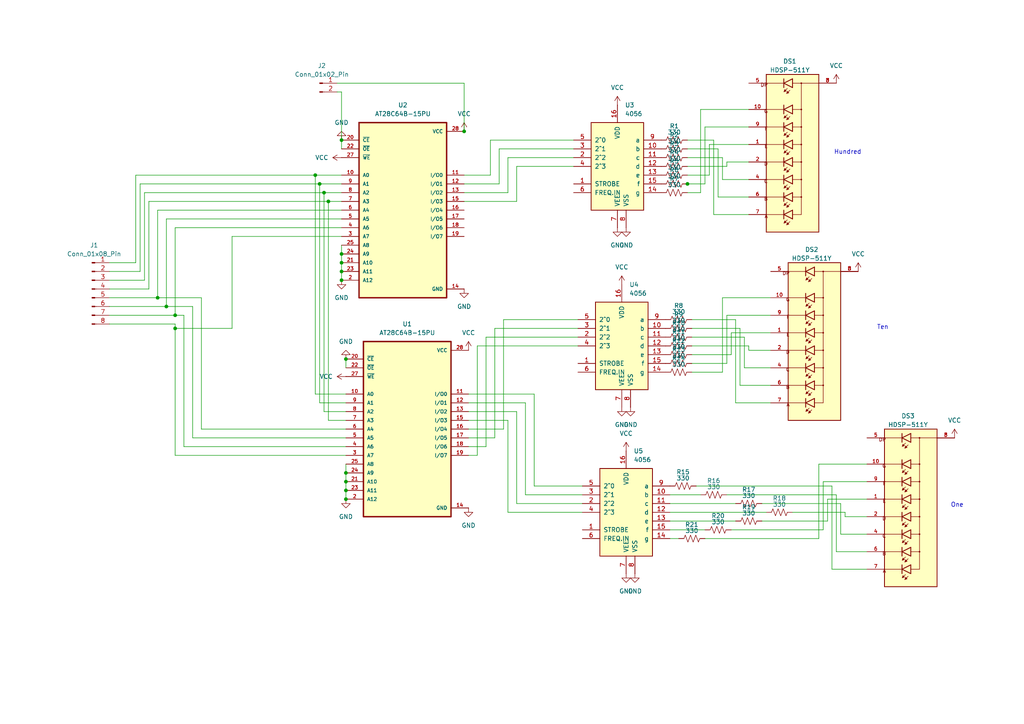
<source format=kicad_sch>
(kicad_sch (version 20231120) (generator "eeschema") (generator_version "8.0")
  (paper "A4")
  (lib_symbols
    (symbol "4xxx:4056" (pin_names (offset 1.016))
      (property "Reference" "U" (at -7.62 13.97 0))
      (property "Value" "4056" (at -7.62 -13.97 0))
      (symbol "4056_1_0"
        (pin input line (at -12.7 -5.08 0) (length 5.08) (name "STROBE") (number "1"))
        (pin output line (at 12.7 5.08 180) (length 5.08) (name "b") (number "10"))
        (pin output line (at 12.7 2.54 180) (length 5.08) (name "c") (number "11"))
        (pin output line (at 12.7 0 180) (length 5.08) (name "d") (number "12"))
        (pin output line (at 12.7 -2.54 180) (length 5.08) (name "e") (number "13"))
        (pin output line (at 12.7 -7.62 180) (length 5.08) (name "g") (number "14"))
        (pin output line (at 12.7 -5.08 180) (length 5.08) (name "f") (number "15"))
        (pin power_in line (at 0 17.78 270) (length 5.08) (name "VDD") (number "16"))
        (pin input line (at -12.7 2.54 0) (length 5.08) (name "2^2") (number "2"))
        (pin input line (at -12.7 5.08 0) (length 5.08) (name "2^1") (number "3"))
        (pin input line (at -12.7 0 0) (length 5.08) (name "2^3") (number "4"))
        (pin input line (at -12.7 7.62 0) (length 5.08) (name "2^0") (number "5"))
        (pin input line (at -12.7 -7.62 0) (length 5.08) (name "FREQ.IN") (number "6"))
        (pin power_in line (at 0 -17.78 90) (length 5.08) (name "VEE") (number "7"))
        (pin power_in line (at 2.54 -17.78 90) (length 5.08) (name "VSS") (number "8"))
        (pin output line (at 12.7 7.62 180) (length 5.08) (name "a") (number "9"))
      )
      (symbol "4056_1_1"
        (rectangle (start -7.62 12.7) (end 7.62 -12.7) (stroke (width 0.254)) (fill (type background)))
      )
    )
    (symbol "AT28C64B-15PU:AT28C64B-15PU" (pin_names (offset 1.016))
      (property "Reference" "U" (at -12.7 26.4 0))
      (property "Value" "AT28C64B-15PU" (at -12.7 -29.4 0))
      (symbol "AT28C64B-15PU_0_0"
        (rectangle (start -12.7 -25.4) (end 12.7 25.4) (stroke (width 0.41)) (fill (type background)))
        (pin input line (at -17.78 10.16 0) (length 5.08) (name "A0") (number "10"))
        (pin bidirectional line (at 17.78 10.16 180) (length 5.08) (name "I/O0") (number "11"))
        (pin bidirectional line (at 17.78 7.62 180) (length 5.08) (name "I/O1") (number "12"))
        (pin bidirectional line (at 17.78 5.08 180) (length 5.08) (name "I/O2") (number "13"))
        (pin power_in line (at 17.78 -22.86 180) (length 5.08) (name "GND") (number "14"))
        (pin bidirectional line (at 17.78 2.54 180) (length 5.08) (name "I/O3") (number "15"))
        (pin bidirectional line (at 17.78 0 180) (length 5.08) (name "I/O4") (number "16"))
        (pin bidirectional line (at 17.78 -2.54 180) (length 5.08) (name "I/O5") (number "17"))
        (pin bidirectional line (at 17.78 -5.08 180) (length 5.08) (name "I/O6") (number "18"))
        (pin bidirectional line (at 17.78 -7.62 180) (length 5.08) (name "I/O7") (number "19"))
        (pin input line (at -17.78 -20.32 0) (length 5.08) (name "A12") (number "2"))
        (pin input line (at -17.78 20.32 0) (length 5.08) (name "~{CE}") (number "20"))
        (pin input line (at -17.78 -15.24 0) (length 5.08) (name "A10") (number "21"))
        (pin input line (at -17.78 17.78 0) (length 5.08) (name "~{OE}") (number "22"))
        (pin input line (at -17.78 -17.78 0) (length 5.08) (name "A11") (number "23"))
        (pin input line (at -17.78 -12.7 0) (length 5.08) (name "A9") (number "24"))
        (pin input line (at -17.78 -10.16 0) (length 5.08) (name "A8") (number "25"))
        (pin input line (at -17.78 15.24 0) (length 5.08) (name "~{WE}") (number "27"))
        (pin power_in line (at 17.78 22.86 180) (length 5.08) (name "VCC") (number "28"))
        (pin input line (at -17.78 -7.62 0) (length 5.08) (name "A7") (number "3"))
        (pin input line (at -17.78 -5.08 0) (length 5.08) (name "A6") (number "4"))
        (pin input line (at -17.78 -2.54 0) (length 5.08) (name "A5") (number "5"))
        (pin input line (at -17.78 0 0) (length 5.08) (name "A4") (number "6"))
        (pin input line (at -17.78 2.54 0) (length 5.08) (name "A3") (number "7"))
        (pin input line (at -17.78 5.08 0) (length 5.08) (name "A2") (number "8"))
        (pin input line (at -17.78 7.62 0) (length 5.08) (name "A1") (number "9"))
      )
    )
    (symbol "Connector:Conn_01x02_Pin" (pin_names (offset 1.016) hide)
      (property "Reference" "J" (at 0 2.54 0))
      (property "Value" "Conn_01x02_Pin" (at 0 -5.08 0))
      (symbol "Conn_01x02_Pin_1_1"
        (polyline (pts (xy 1.27 -2.54) (xy 0.8636 -2.54)) (stroke (width 0.1524)))
        (polyline (pts (xy 1.27 0) (xy 0.8636 0)) (stroke (width 0.1524)))
        (rectangle (start 0.8636 -2.413) (end 0 -2.667) (stroke (width 0.1524)) (fill (type outline)))
        (rectangle (start 0.8636 0.127) (end 0 -0.127) (stroke (width 0.1524)) (fill (type outline)))
        (pin passive line (at 5.08 0 180) (length 3.81) (name "Pin_1") (number "1"))
        (pin passive line (at 5.08 -2.54 180) (length 3.81) (name "Pin_2") (number "2"))
      )
    )
    (symbol "Connector:Conn_01x08_Pin" (pin_names (offset 1.016) hide)
      (property "Reference" "J" (at 0 10.16 0))
      (property "Value" "Conn_01x08_Pin" (at 0 -12.7 0))
      (symbol "Conn_01x08_Pin_1_1"
        (polyline (pts (xy 1.27 -10.16) (xy 0.8636 -10.16)) (stroke (width 0.1524)))
        (polyline (pts (xy 1.27 -7.62) (xy 0.8636 -7.62)) (stroke (width 0.1524)))
        (polyline (pts (xy 1.27 -5.08) (xy 0.8636 -5.08)) (stroke (width 0.1524)))
        (polyline (pts (xy 1.27 -2.54) (xy 0.8636 -2.54)) (stroke (width 0.1524)))
        (polyline (pts (xy 1.27 0) (xy 0.8636 0)) (stroke (width 0.1524)))
        (polyline (pts (xy 1.27 2.54) (xy 0.8636 2.54)) (stroke (width 0.1524)))
        (polyline (pts (xy 1.27 5.08) (xy 0.8636 5.08)) (stroke (width 0.1524)))
        (polyline (pts (xy 1.27 7.62) (xy 0.8636 7.62)) (stroke (width 0.1524)))
        (rectangle (start 0.8636 -10.033) (end 0 -10.287) (stroke (width 0.1524)) (fill (type outline)))
        (rectangle (start 0.8636 -7.493) (end 0 -7.747) (stroke (width 0.1524)) (fill (type outline)))
        (rectangle (start 0.8636 -4.953) (end 0 -5.207) (stroke (width 0.1524)) (fill (type outline)))
        (rectangle (start 0.8636 -2.413) (end 0 -2.667) (stroke (width 0.1524)) (fill (type outline)))
        (rectangle (start 0.8636 0.127) (end 0 -0.127) (stroke (width 0.1524)) (fill (type outline)))
        (rectangle (start 0.8636 2.667) (end 0 2.413) (stroke (width 0.1524)) (fill (type outline)))
        (rectangle (start 0.8636 5.207) (end 0 4.953) (stroke (width 0.1524)) (fill (type outline)))
        (rectangle (start 0.8636 7.747) (end 0 7.493) (stroke (width 0.1524)) (fill (type outline)))
        (pin passive line (at 5.08 7.62 180) (length 3.81) (name "Pin_1") (number "1"))
        (pin passive line (at 5.08 5.08 180) (length 3.81) (name "Pin_2") (number "2"))
        (pin passive line (at 5.08 2.54 180) (length 3.81) (name "Pin_3") (number "3"))
        (pin passive line (at 5.08 0 180) (length 3.81) (name "Pin_4") (number "4"))
        (pin passive line (at 5.08 -2.54 180) (length 3.81) (name "Pin_5") (number "5"))
        (pin passive line (at 5.08 -5.08 180) (length 3.81) (name "Pin_6") (number "6"))
        (pin passive line (at 5.08 -7.62 180) (length 3.81) (name "Pin_7") (number "7"))
        (pin passive line (at 5.08 -10.16 180) (length 3.81) (name "Pin_8") (number "8"))
      )
    )
    (symbol "Device:R_US" (pin_numbers hide) (pin_names (offset 0))
      (property "Reference" "R" (at 2.54 0 90))
      (property "Value" "R_US" (at -2.54 0 90))
      (symbol "R_US_0_1"
        (polyline (pts (xy 0 -2.286) (xy 0 -2.54)))
        (polyline (pts (xy 0 2.286) (xy 0 2.54)))
        (polyline (pts (xy 0 -0.762) (xy 1.016 -1.143) (xy 0 -1.524) (xy -1.016 -1.905) (xy 0 -2.286)))
        (polyline (pts (xy 0 0.762) (xy 1.016 0.381) (xy 0 0) (xy -1.016 -0.381) (xy 0 -0.762)))
        (polyline (pts (xy 0 2.286) (xy 1.016 1.905) (xy 0 1.524) (xy -1.016 1.143) (xy 0 0.762)))
      )
      (symbol "R_US_1_1"
        (pin passive line (at 0 3.81 270) (length 1.27) (name "~") (number "1"))
        (pin passive line (at 0 -3.81 90) (length 1.27) (name "~") (number "2"))
      )
    )
    (symbol "HDSP-511Y:HDSP-511Y" (pin_names (offset 1.016))
      (property "Reference" "DS" (at -7.62 24.13 0))
      (property "Value" "HDSP-511Y" (at -7.62 -24.13 0))
      (symbol "HDSP-511Y_0_0"
        (rectangle (start -7.62 -22.86) (end 7.62 22.86) (stroke (width 0.254)) (fill (type background)))
        (circle (center -2.54 -20.32) (radius 0.1524) (stroke (width 0.1778)))
        (circle (center -2.54 -12.7) (radius 0.1524) (stroke (width 0.1778)))
        (circle (center -2.54 -7.62) (radius 0.1524) (stroke (width 0.1778)))
        (circle (center -2.54 -2.54) (radius 0.1524) (stroke (width 0.1778)))
        (circle (center -2.54 2.54) (radius 0.1524) (stroke (width 0.1778)))
        (circle (center -2.54 7.62) (radius 0.1524) (stroke (width 0.1778)))
        (circle (center -2.54 12.7) (radius 0.1524) (stroke (width 0.1778)))
        (polyline (pts (xy -2.54 -20.32) (xy -7.62 -20.32)) (stroke (width 0.1524)))
        (polyline (pts (xy -2.54 17.78) (xy -2.54 -20.32)) (stroke (width 0.1524)))
        (polyline (pts (xy 0 -21.59) (xy 2.54 -20.32)) (stroke (width 0.254)))
        (polyline (pts (xy 0 -20.32) (xy -2.54 -20.32)) (stroke (width 0.1524)))
        (polyline (pts (xy 0 -19.05) (xy 0 -21.59)) (stroke (width 0.254)))
        (polyline (pts (xy 0 -13.97) (xy 2.54 -12.7)) (stroke (width 0.254)))
        (polyline (pts (xy 0 -12.7) (xy -2.54 -12.7)) (stroke (width 0.1524)))
        (polyline (pts (xy 0 -11.43) (xy 0 -13.97)) (stroke (width 0.254)))
        (polyline (pts (xy 0 -8.89) (xy 2.54 -7.62)) (stroke (width 0.254)))
        (polyline (pts (xy 0 -7.62) (xy -2.54 -7.62)) (stroke (width 0.1524)))
        (polyline (pts (xy 0 -6.35) (xy 0 -8.89)) (stroke (width 0.254)))
        (polyline (pts (xy 0 -3.81) (xy 2.54 -2.54)) (stroke (width 0.254)))
        (polyline (pts (xy 0 -2.54) (xy -2.54 -2.54)) (stroke (width 0.1524)))
        (polyline (pts (xy 0 -1.27) (xy 0 -3.81)) (stroke (width 0.254)))
        (polyline (pts (xy 0 1.27) (xy 2.54 2.54)) (stroke (width 0.254)))
        (polyline (pts (xy 0 2.54) (xy -2.54 2.54)) (stroke (width 0.1524)))
        (polyline (pts (xy 0 3.81) (xy 0 1.27)) (stroke (width 0.254)))
        (polyline (pts (xy 0 6.35) (xy 2.54 7.62)) (stroke (width 0.254)))
        (polyline (pts (xy 0 7.62) (xy -2.54 7.62)) (stroke (width 0.1524)))
        (polyline (pts (xy 0 8.89) (xy 0 6.35)) (stroke (width 0.254)))
        (polyline (pts (xy 0 11.43) (xy 2.54 12.7)) (stroke (width 0.254)))
        (polyline (pts (xy 0 12.7) (xy -2.54 12.7)) (stroke (width 0.1524)))
        (polyline (pts (xy 0 13.97) (xy 0 11.43)) (stroke (width 0.254)))
        (polyline (pts (xy 0 16.51) (xy 2.54 17.78)) (stroke (width 0.254)))
        (polyline (pts (xy 0 17.78) (xy -2.54 17.78)) (stroke (width 0.1524)))
        (polyline (pts (xy 0 19.05) (xy 0 16.51)) (stroke (width 0.254)))
        (polyline (pts (xy 0.762 -18.288) (xy 1.27 -17.78)) (stroke (width 0.1524)))
        (polyline (pts (xy 0.762 -10.668) (xy 1.27 -10.16)) (stroke (width 0.1524)))
        (polyline (pts (xy 0.762 -5.588) (xy 1.27 -5.08)) (stroke (width 0.1524)))
        (polyline (pts (xy 0.762 -0.508) (xy 1.27 0)) (stroke (width 0.1524)))
        (polyline (pts (xy 0.762 4.572) (xy 1.27 5.08)) (stroke (width 0.1524)))
        (polyline (pts (xy 0.762 9.652) (xy 1.27 10.16)) (stroke (width 0.1524)))
        (polyline (pts (xy 0.762 14.732) (xy 1.27 15.24)) (stroke (width 0.1524)))
        (polyline (pts (xy 0.762 19.812) (xy 1.27 20.32)) (stroke (width 0.1524)))
        (polyline (pts (xy 1.524 -18.796) (xy 2.032 -18.288)) (stroke (width 0.1524)))
        (polyline (pts (xy 1.524 -11.176) (xy 2.032 -10.668)) (stroke (width 0.1524)))
        (polyline (pts (xy 1.524 -6.096) (xy 2.032 -5.588)) (stroke (width 0.1524)))
        (polyline (pts (xy 1.524 -1.016) (xy 2.032 -0.508)) (stroke (width 0.1524)))
        (polyline (pts (xy 1.524 4.064) (xy 2.032 4.572)) (stroke (width 0.1524)))
        (polyline (pts (xy 1.524 9.144) (xy 2.032 9.652)) (stroke (width 0.1524)))
        (polyline (pts (xy 1.524 14.224) (xy 2.032 14.732)) (stroke (width 0.1524)))
        (polyline (pts (xy 1.524 19.304) (xy 2.032 19.812)) (stroke (width 0.1524)))
        (polyline (pts (xy 2.54 -20.32) (xy 0 -19.05)) (stroke (width 0.254)))
        (polyline (pts (xy 2.54 -20.32) (xy 2.54 -21.59)) (stroke (width 0.254)))
        (polyline (pts (xy 2.54 -19.05) (xy 2.54 -20.32)) (stroke (width 0.254)))
        (polyline (pts (xy 2.54 -12.7) (xy 0 -11.43)) (stroke (width 0.254)))
        (polyline (pts (xy 2.54 -12.7) (xy 2.54 -13.97)) (stroke (width 0.254)))
        (polyline (pts (xy 2.54 -11.43) (xy 2.54 -12.7)) (stroke (width 0.254)))
        (polyline (pts (xy 2.54 -7.62) (xy 0 -6.35)) (stroke (width 0.254)))
        (polyline (pts (xy 2.54 -7.62) (xy 2.54 -8.89)) (stroke (width 0.254)))
        (polyline (pts (xy 2.54 -6.35) (xy 2.54 -7.62)) (stroke (width 0.254)))
        (polyline (pts (xy 2.54 -2.54) (xy 0 -1.27)) (stroke (width 0.254)))
        (polyline (pts (xy 2.54 -2.54) (xy 2.54 -3.81)) (stroke (width 0.254)))
        (polyline (pts (xy 2.54 -1.27) (xy 2.54 -2.54)) (stroke (width 0.254)))
        (polyline (pts (xy 2.54 2.54) (xy 0 3.81)) (stroke (width 0.254)))
        (polyline (pts (xy 2.54 2.54) (xy 2.54 1.27)) (stroke (width 0.254)))
        (polyline (pts (xy 2.54 3.81) (xy 2.54 2.54)) (stroke (width 0.254)))
        (polyline (pts (xy 2.54 7.62) (xy 0 8.89)) (stroke (width 0.254)))
        (polyline (pts (xy 2.54 7.62) (xy 2.54 6.35)) (stroke (width 0.254)))
        (polyline (pts (xy 2.54 8.89) (xy 2.54 7.62)) (stroke (width 0.254)))
        (polyline (pts (xy 2.54 12.7) (xy 0 13.97)) (stroke (width 0.254)))
        (polyline (pts (xy 2.54 12.7) (xy 2.54 11.43)) (stroke (width 0.254)))
        (polyline (pts (xy 2.54 13.97) (xy 2.54 12.7)) (stroke (width 0.254)))
        (polyline (pts (xy 2.54 17.78) (xy 0 19.05)) (stroke (width 0.254)))
        (polyline (pts (xy 2.54 17.78) (xy 2.54 16.51)) (stroke (width 0.254)))
        (polyline (pts (xy 2.54 19.05) (xy 2.54 17.78)) (stroke (width 0.254)))
        (polyline (pts (xy 7.62 -20.32) (xy 2.54 -20.32)) (stroke (width 0.1524)))
        (polyline (pts (xy 7.62 -12.7) (xy 2.54 -12.7)) (stroke (width 0.1524)))
        (polyline (pts (xy 7.62 -7.62) (xy 2.54 -7.62)) (stroke (width 0.1524)))
        (polyline (pts (xy 7.62 -2.54) (xy 2.54 -2.54)) (stroke (width 0.1524)))
        (polyline (pts (xy 7.62 2.54) (xy 2.54 2.54)) (stroke (width 0.1524)))
        (polyline (pts (xy 7.62 7.62) (xy 2.54 7.62)) (stroke (width 0.1524)))
        (polyline (pts (xy 7.62 12.7) (xy 2.54 12.7)) (stroke (width 0.1524)))
        (polyline (pts (xy 7.62 17.78) (xy 2.54 17.78)) (stroke (width 0.1524)))
        (polyline (pts (xy 1.016 -17.526) (xy 1.524 -18.034) (xy 1.778 -17.272) (xy 1.016 -17.526)) (stroke (width 0.0254)) (fill (type outline)))
        (polyline (pts (xy 1.016 -9.906) (xy 1.524 -10.414) (xy 1.778 -9.652) (xy 1.016 -9.906)) (stroke (width 0.0254)) (fill (type outline)))
        (polyline (pts (xy 1.016 -4.826) (xy 1.524 -5.334) (xy 1.778 -4.572) (xy 1.016 -4.826)) (stroke (width 0.0254)) (fill (type outline)))
        (polyline (pts (xy 1.016 0.254) (xy 1.524 -0.254) (xy 1.778 0.508) (xy 1.016 0.254)) (stroke (width 0.0254)) (fill (type outline)))
        (polyline (pts (xy 1.016 5.334) (xy 1.524 4.826) (xy 1.778 5.588) (xy 1.016 5.334)) (stroke (width 0.0254)) (fill (type outline)))
        (polyline (pts (xy 1.016 10.414) (xy 1.524 9.906) (xy 1.778 10.668) (xy 1.016 10.414)) (stroke (width 0.0254)) (fill (type outline)))
        (polyline (pts (xy 1.016 15.494) (xy 1.524 14.986) (xy 1.778 15.748) (xy 1.016 15.494)) (stroke (width 0.0254)) (fill (type outline)))
        (polyline (pts (xy 1.016 20.574) (xy 1.524 20.066) (xy 1.778 20.828) (xy 1.016 20.574)) (stroke (width 0.0254)) (fill (type outline)))
        (polyline (pts (xy 1.778 -18.034) (xy 2.286 -18.542) (xy 2.54 -17.78) (xy 1.778 -18.034)) (stroke (width 0.0254)) (fill (type outline)))
        (polyline (pts (xy 1.778 -10.414) (xy 2.286 -10.922) (xy 2.54 -10.16) (xy 1.778 -10.414)) (stroke (width 0.0254)) (fill (type outline)))
        (polyline (pts (xy 1.778 -5.334) (xy 2.286 -5.842) (xy 2.54 -5.08) (xy 1.778 -5.334)) (stroke (width 0.0254)) (fill (type outline)))
        (polyline (pts (xy 1.778 -0.254) (xy 2.286 -0.762) (xy 2.54 0) (xy 1.778 -0.254)) (stroke (width 0.0254)) (fill (type outline)))
        (polyline (pts (xy 1.778 4.826) (xy 2.286 4.318) (xy 2.54 5.08) (xy 1.778 4.826)) (stroke (width 0.0254)) (fill (type outline)))
        (polyline (pts (xy 1.778 9.906) (xy 2.286 9.398) (xy 2.54 10.16) (xy 1.778 9.906)) (stroke (width 0.0254)) (fill (type outline)))
        (polyline (pts (xy 1.778 14.986) (xy 2.286 14.478) (xy 2.54 15.24) (xy 1.778 14.986)) (stroke (width 0.0254)) (fill (type outline)))
        (polyline (pts (xy 1.778 20.066) (xy 2.286 19.558) (xy 2.54 20.32) (xy 1.778 20.066)) (stroke (width 0.0254)) (fill (type outline)))
        (text "A" (at 7.112 18.288 0) (effects (font (size 1.016 1.016)) (justify left)))
        (text "B" (at 7.112 13.208 0) (effects (font (size 1.016 1.016)) (justify left)))
        (text "C" (at 7.112 8.128 0) (effects (font (size 1.016 1.016)) (justify left)))
        (text "D" (at 7.112 3.048 0) (effects (font (size 1.016 1.016)) (justify left)))
        (text "DP" (at 7.112 -19.812 0) (effects (font (size 1.016 1.016)) (justify left)))
        (text "E" (at 7.112 -2.032 0) (effects (font (size 1.016 1.016)) (justify left)))
        (text "F" (at 7.112 -7.112 0) (effects (font (size 1.016 1.016)) (justify left)))
        (text "G" (at 7.112 -12.192 0) (effects (font (size 1.016 1.016)) (justify left)))
        (pin passive line (at 12.7 -2.54 180) (length 5.08) (name "~") (number "1"))
        (pin passive line (at 12.7 -12.7 180) (length 5.08) (name "~") (number "10"))
        (pin passive line (at 12.7 2.54 180) (length 5.08) (name "~") (number "2"))
        (pin passive line (at -12.7 -20.32 0) (length 5.08) (name "~") (number "3"))
        (pin passive line (at 12.7 7.62 180) (length 5.08) (name "~") (number "4"))
        (pin passive line (at 12.7 -20.32 180) (length 5.08) (name "~") (number "5"))
        (pin passive line (at 12.7 12.7 180) (length 5.08) (name "~") (number "6"))
        (pin passive line (at 12.7 17.78 180) (length 5.08) (name "~") (number "7"))
        (pin passive line (at -12.7 -20.32 0) (length 5.08) (name "~") (number "8"))
        (pin passive line (at 12.7 -7.62 180) (length 5.08) (name "~") (number "9"))
      )
    )
    (symbol "power:GND" (power) (pin_numbers hide) (pin_names (offset 0) hide)
      (property "Value" "GND" (at 0 -3.81 0))
      (symbol "GND_0_1"
        (polyline (pts (xy 0 0) (xy 0 -1.27) (xy 1.27 -1.27) (xy 0 -2.54) (xy -1.27 -1.27) (xy 0 -1.27)))
      )
      (symbol "GND_1_1"
        (pin power_in line (at 0 0 270) (length 0) (name "~") (number "1"))
      )
    )
    (symbol "power:VCC" (power) (pin_numbers hide) (pin_names (offset 0) hide)
      (property "Value" "VCC" (at 0 3.556 0))
      (symbol "VCC_0_1"
        (polyline (pts (xy -0.762 1.27) (xy 0 2.54)))
        (polyline (pts (xy 0 0) (xy 0 2.54)))
        (polyline (pts (xy 0 2.54) (xy 0.762 1.27)))
      )
      (symbol "VCC_1_1"
        (pin power_in line (at 0 0 90) (length 0) (name "~") (number "1"))
      )
    )
  )
  (junction (at 134.62 38.1))
  (junction (at 45.72 86.36))
  (junction (at 100.33 104.14))
  (junction (at 99.06 81.28))
  (junction (at 199.39 53.34))
  (junction (at 99.06 40.64))
  (junction (at 48.26 88.9))
  (junction (at 91.44 50.8))
  (junction (at 50.8 95.25))
  (junction (at 50.8 91.44))
  (junction (at 95.25 58.42))
  (junction (at 99.06 73.66))
  (junction (at 100.33 144.78))
  (junction (at 100.33 142.24))
  (junction (at 92.71 53.34))
  (junction (at 99.06 76.2))
  (junction (at 93.98 55.88))
  (junction (at 100.33 137.16))
  (junction (at 99.06 78.74))
  (junction (at 100.33 139.7))
  (wire (pts (xy 50.8 95.25) (xy 50.8 132.08)))
  (wire (pts (xy 194.31 156.21) (xy 196.85 156.21)))
  (wire (pts (xy 210.82 46.99) (xy 217.17 46.99)))
  (wire (pts (xy 210.82 105.41) (xy 210.82 91.44)))
  (wire (pts (xy 135.89 124.46) (xy 146.05 124.46)))
  (wire (pts (xy 147.32 55.88) (xy 147.32 45.72)))
  (wire (pts (xy 45.72 86.36) (xy 58.42 86.36)))
  (wire (pts (xy 50.8 91.44) (xy 50.8 66.04)))
  (wire (pts (xy 92.71 116.84) (xy 100.33 116.84)))
  (wire (pts (xy 209.55 86.36) (xy 223.52 86.36)))
  (wire (pts (xy 200.66 92.71) (xy 213.36 92.71)))
  (wire (pts (xy 40.64 78.74) (xy 40.64 53.34)))
  (wire (pts (xy 200.66 100.33) (xy 217.17 100.33)))
  (wire (pts (xy 135.89 127) (xy 143.51 127)))
  (wire (pts (xy 95.25 121.92) (xy 95.25 58.42)))
  (wire (pts (xy 140.97 97.79) (xy 167.64 97.79)))
  (wire (pts (xy 39.37 50.8) (xy 91.44 50.8)))
  (wire (pts (xy 207.01 40.64) (xy 207.01 62.23)))
  (wire (pts (xy 209.55 107.95) (xy 209.55 86.36)))
  (wire (pts (xy 31.75 81.28) (xy 41.91 81.28)))
  (wire (pts (xy 138.43 132.08) (xy 138.43 100.33)))
  (wire (pts (xy 147.32 121.92) (xy 147.32 148.59)))
  (wire (pts (xy 50.8 66.04) (xy 99.06 66.04)))
  (wire (pts (xy 209.55 45.72) (xy 209.55 52.07)))
  (wire (pts (xy 134.62 58.42) (xy 149.86 58.42)))
  (wire (pts (xy 149.86 58.42) (xy 149.86 48.26)))
  (wire (pts (xy 220.98 151.13) (xy 240.03 151.13)))
  (wire (pts (xy 199.39 55.88) (xy 203.2 55.88)))
  (wire (pts (xy 207.01 62.23) (xy 217.17 62.23)))
  (wire (pts (xy 152.4 116.84) (xy 152.4 143.51)))
  (wire (pts (xy 50.8 91.44) (xy 31.75 91.44)))
  (wire (pts (xy 215.9 97.79) (xy 215.9 106.68)))
  (wire (pts (xy 53.34 91.44) (xy 50.8 91.44)))
  (wire (pts (xy 55.88 127) (xy 55.88 88.9)))
  (wire (pts (xy 138.43 132.08) (xy 135.89 132.08)))
  (wire (pts (xy 208.28 43.18) (xy 208.28 57.15)))
  (wire (pts (xy 199.39 40.64) (xy 207.01 40.64)))
  (wire (pts (xy 53.34 129.54) (xy 53.34 91.44)))
  (wire (pts (xy 31.75 83.82) (xy 43.18 83.82)))
  (wire (pts (xy 245.11 149.86) (xy 251.46 149.86)))
  (wire (pts (xy 200.66 102.87) (xy 212.09 102.87)))
  (wire (pts (xy 204.47 36.83) (xy 217.17 36.83)))
  (wire (pts (xy 194.31 151.13) (xy 213.36 151.13)))
  (wire (pts (xy 58.42 124.46) (xy 100.33 124.46)))
  (wire (pts (xy 99.06 40.64) (xy 99.06 26.67)))
  (wire (pts (xy 50.8 93.98) (xy 50.8 95.25)))
  (wire (pts (xy 135.89 116.84) (xy 152.4 116.84)))
  (wire (pts (xy 200.66 97.79) (xy 215.9 97.79)))
  (wire (pts (xy 92.71 53.34) (xy 92.71 116.84)))
  (wire (pts (xy 200.66 105.41) (xy 210.82 105.41)))
  (wire (pts (xy 213.36 116.84) (xy 223.52 116.84)))
  (wire (pts (xy 99.06 26.67) (xy 97.79 26.67)))
  (wire (pts (xy 99.06 73.66) (xy 99.06 76.2)))
  (wire (pts (xy 58.42 86.36) (xy 58.42 124.46)))
  (wire (pts (xy 100.33 142.24) (xy 100.33 144.78)))
  (wire (pts (xy 134.62 55.88) (xy 147.32 55.88)))
  (wire (pts (xy 91.44 50.8) (xy 99.06 50.8)))
  (wire (pts (xy 140.97 129.54) (xy 140.97 97.79)))
  (wire (pts (xy 238.76 153.67) (xy 238.76 139.7)))
  (wire (pts (xy 134.62 53.34) (xy 144.78 53.34)))
  (wire (pts (xy 100.33 104.14) (xy 100.33 106.68)))
  (wire (pts (xy 205.74 50.8) (xy 205.74 41.91)))
  (wire (pts (xy 214.63 111.76) (xy 223.52 111.76)))
  (wire (pts (xy 48.26 63.5) (xy 99.06 63.5)))
  (wire (pts (xy 210.82 91.44) (xy 223.52 91.44)))
  (wire (pts (xy 99.06 71.12) (xy 99.06 73.66)))
  (wire (pts (xy 48.26 63.5) (xy 48.26 88.9)))
  (wire (pts (xy 31.75 78.74) (xy 40.64 78.74)))
  (wire (pts (xy 31.75 76.2) (xy 39.37 76.2)))
  (wire (pts (xy 100.33 121.92) (xy 95.25 121.92)))
  (wire (pts (xy 147.32 45.72) (xy 166.37 45.72)))
  (wire (pts (xy 240.03 144.78) (xy 251.46 144.78)))
  (wire (pts (xy 93.98 55.88) (xy 99.06 55.88)))
  (wire (pts (xy 200.66 95.25) (xy 214.63 95.25)))
  (wire (pts (xy 217.17 101.6) (xy 223.52 101.6)))
  (wire (pts (xy 50.8 95.25) (xy 67.31 95.25)))
  (wire (pts (xy 100.33 137.16) (xy 100.33 139.7)))
  (wire (pts (xy 237.49 156.21) (xy 237.49 134.62)))
  (wire (pts (xy 144.78 43.18) (xy 166.37 43.18)))
  (wire (pts (xy 243.84 146.05) (xy 243.84 154.94)))
  (wire (pts (xy 154.94 140.97) (xy 168.91 140.97)))
  (wire (pts (xy 212.09 153.67) (xy 238.76 153.67)))
  (wire (pts (xy 135.89 114.3) (xy 154.94 114.3)))
  (wire (pts (xy 199.2755 53.34) (xy 199.39 53.34)))
  (wire (pts (xy 31.75 93.98) (xy 50.8 93.98)))
  (wire (pts (xy 40.64 53.34) (xy 92.71 53.34)))
  (wire (pts (xy 45.72 60.96) (xy 99.06 60.96)))
  (wire (pts (xy 41.91 55.88) (xy 93.98 55.88)))
  (wire (pts (xy 100.33 134.62) (xy 100.33 137.16)))
  (wire (pts (xy 134.62 50.8) (xy 142.24 50.8)))
  (wire (pts (xy 199.39 45.72) (xy 209.55 45.72)))
  (wire (pts (xy 229.87 148.59) (xy 245.11 148.59)))
  (wire (pts (xy 194.31 148.59) (xy 222.25 148.59)))
  (wire (pts (xy 95.25 58.42) (xy 99.06 58.42)))
  (wire (pts (xy 91.44 114.3) (xy 100.33 114.3)))
  (wire (pts (xy 92.71 53.34) (xy 99.06 53.34)))
  (wire (pts (xy 220.98 146.05) (xy 243.84 146.05)))
  (wire (pts (xy 149.86 146.05) (xy 168.91 146.05)))
  (wire (pts (xy 214.63 95.25) (xy 214.63 111.76)))
  (wire (pts (xy 144.78 53.34) (xy 144.78 43.18)))
  (wire (pts (xy 147.32 148.59) (xy 168.91 148.59)))
  (wire (pts (xy 142.24 50.8) (xy 142.24 40.64)))
  (wire (pts (xy 146.05 92.71) (xy 167.64 92.71)))
  (wire (pts (xy 243.84 154.94) (xy 251.46 154.94)))
  (wire (pts (xy 67.31 95.25) (xy 67.31 68.58)))
  (wire (pts (xy 93.98 55.88) (xy 93.98 119.38)))
  (wire (pts (xy 99.06 40.64) (xy 99.06 43.18)))
  (wire (pts (xy 154.94 114.3) (xy 154.94 140.97)))
  (wire (pts (xy 201.93 140.97) (xy 241.3 140.97)))
  (wire (pts (xy 100.33 127) (xy 55.88 127)))
  (wire (pts (xy 100.33 139.7) (xy 100.33 142.24)))
  (wire (pts (xy 91.44 50.8) (xy 91.44 114.3)))
  (wire (pts (xy 143.51 127) (xy 143.51 95.25)))
  (wire (pts (xy 149.86 48.26) (xy 166.37 48.26)))
  (wire (pts (xy 212.09 102.87) (xy 212.09 96.52)))
  (wire (pts (xy 99.06 78.74) (xy 99.06 81.28)))
  (wire (pts (xy 135.89 119.38) (xy 149.86 119.38)))
  (wire (pts (xy 134.62 38.1) (xy 134.62 24.13)))
  (wire (pts (xy 204.47 53.34) (xy 204.47 36.83)))
  (wire (pts (xy 217.17 100.33) (xy 217.17 101.6)))
  (wire (pts (xy 48.26 88.9) (xy 31.75 88.9)))
  (wire (pts (xy 43.18 58.42) (xy 95.25 58.42)))
  (wire (pts (xy 242.57 160.02) (xy 251.46 160.02)))
  (wire (pts (xy 213.36 92.71) (xy 213.36 116.84)))
  (wire (pts (xy 199.39 50.8) (xy 205.74 50.8)))
  (wire (pts (xy 200.66 107.95) (xy 209.55 107.95)))
  (wire (pts (xy 199.39 43.18) (xy 208.28 43.18)))
  (wire (pts (xy 204.47 156.21) (xy 237.49 156.21)))
  (wire (pts (xy 205.74 41.91) (xy 217.17 41.91)))
  (wire (pts (xy 241.3 165.1) (xy 251.46 165.1)))
  (wire (pts (xy 212.09 96.52) (xy 223.52 96.52)))
  (wire (pts (xy 194.31 153.67) (xy 204.47 153.67)))
  (wire (pts (xy 199.39 48.26) (xy 210.82 48.26)))
  (wire (pts (xy 242.57 143.51) (xy 242.57 160.02)))
  (wire (pts (xy 203.2 55.88) (xy 203.2 31.75)))
  (wire (pts (xy 199.39 53.34) (xy 204.47 53.34)))
  (wire (pts (xy 31.75 86.36) (xy 45.72 86.36)))
  (wire (pts (xy 100.33 129.54) (xy 53.34 129.54)))
  (wire (pts (xy 143.51 95.25) (xy 167.64 95.25)))
  (wire (pts (xy 140.97 129.54) (xy 135.89 129.54)))
  (wire (pts (xy 238.76 139.7) (xy 251.46 139.7)))
  (wire (pts (xy 240.03 151.13) (xy 240.03 144.78)))
  (wire (pts (xy 67.31 68.58) (xy 99.06 68.58)))
  (wire (pts (xy 209.55 52.07) (xy 217.17 52.07)))
  (wire (pts (xy 241.3 140.97) (xy 241.3 165.1)))
  (wire (pts (xy 210.82 46.99) (xy 210.82 48.26)))
  (wire (pts (xy 45.72 86.36) (xy 45.72 60.96)))
  (wire (pts (xy 146.05 124.46) (xy 146.05 92.71)))
  (wire (pts (xy 245.11 148.59) (xy 245.11 149.86)))
  (wire (pts (xy 97.79 24.13) (xy 134.62 24.13)))
  (wire (pts (xy 142.24 40.64) (xy 166.37 40.64)))
  (wire (pts (xy 55.88 88.9) (xy 48.26 88.9)))
  (wire (pts (xy 215.9 106.68) (xy 223.52 106.68)))
  (wire (pts (xy 152.4 143.51) (xy 168.91 143.51)))
  (wire (pts (xy 50.8 132.08) (xy 100.33 132.08)))
  (wire (pts (xy 43.18 83.82) (xy 43.18 58.42)))
  (wire (pts (xy 203.2 31.75) (xy 217.17 31.75)))
  (wire (pts (xy 138.43 100.33) (xy 167.64 100.33)))
  (wire (pts (xy 194.31 146.05) (xy 213.36 146.05)))
  (wire (pts (xy 135.89 121.92) (xy 147.32 121.92)))
  (wire (pts (xy 237.49 134.62) (xy 251.46 134.62)))
  (wire (pts (xy 99.06 76.2) (xy 99.06 78.74)))
  (wire (pts (xy 194.31 143.51) (xy 203.2 143.51)))
  (wire (pts (xy 149.86 119.38) (xy 149.86 146.05)))
  (wire (pts (xy 39.37 76.2) (xy 39.37 50.8)))
  (wire (pts (xy 210.82 143.51) (xy 242.57 143.51)))
  (wire (pts (xy 41.91 81.28) (xy 41.91 55.88)))
  (wire (pts (xy 208.28 57.15) (xy 217.17 57.15)))
  (wire (pts (xy 93.98 119.38) (xy 100.33 119.38)))
  (text "Ten" (at 256.032 94.996 0) (effects (font (size 1.27 1.27))))
  (text "One" (at 277.622 146.558 0) (effects (font (size 1.27 1.27))))
  (text "Hundred" (at 245.872 44.196 0) (effects (font (size 1.27 1.27))))
  (symbol (lib_id "Device:R_US") (at 200.66 156.21 90) (unit 1)
    (property "Reference" "R21" (at 200.66 152.146 90))
    (property "Value" "330" (at 200.66 153.924 90))
    (property "Footprint" "Resistor_THT:R_Axial_DIN0204_L3.6mm_D1.6mm_P1.90mm_Vertical" (effects (hide yes)))
    (property "Description" "Resistor, US symbol" (effects (hide yes)))
  )
  (symbol (lib_id "AT28C64B-15PU:AT28C64B-15PU") (at 116.84 60.96 0) (unit 1)
    (property "Reference" "U2" (at 116.84 30.48 0))
    (property "Value" "AT28C64B-15PU" (at 116.84 33.02 0))
    (property "Footprint" "AT28C64B-15PU:DIP1555W45P254L3733H482Q28" (effects (hide yes)))
    (property "MF" "Microchip" (effects (hide yes)))
    (property "MAXIMUM_PACKAGE_HEIGHT" "4.826 mm" (effects (hide yes)))
    (property "Package" "DIP-28 Atmel" (effects (hide yes)))
    (property "Price" "None" (effects (hide yes)))
    (property "Check_prices" "https://www.snapeda.com/parts/AT28C64B-15PU/Microchip/view-part/?ref=eda" (effects (hide yes)))
    (property "STANDARD" "IPC 7351B" (effects (hide yes)))
    (property "PARTREV" "B" (effects (hide yes)))
    (property "SnapEDA_Link" "https://www.snapeda.com/parts/AT28C64B-15PU/Microchip/view-part/?ref=snap" (effects (hide yes)))
    (property "MP" "AT28C64B-15PU" (effects (hide yes)))
    (property "Description_1" "\n                        \n                            AT28C64B-15PU Parallel EEPROM Memory, 64kbit, 150ns, 4.5 to 5.5 V 28-Pin PDIP | Microchip Technology Inc. AT28C64B-15PU\n                        \n" (effects (hide yes)))
    (property "Availability" "In Stock" (effects (hide yes)))
    (property "MANUFACTURER" "Microchip Technology" (effects (hide yes)))
  )
  (symbol (lib_id "power:VCC") (at 135.89 101.6 0) (unit 1)
    (property "Reference" "#PWR07" (effects (hide yes)))
    (property "Value" "VCC" (at 135.89 96.52 0))
    (property "Description" "Power symbol creates a global label with name \"VCC\"" (effects (hide yes)))
  )
  (symbol (lib_id "power:VCC") (at 181.61 130.81 0) (unit 1)
    (property "Reference" "#PWR022" (effects (hide yes)))
    (property "Value" "VCC" (at 181.61 125.73 0))
    (property "Description" "Power symbol creates a global label with name \"VCC\"" (effects (hide yes)))
  )
  (symbol (lib_id "power:GND") (at 135.89 147.32 0) (unit 1)
    (property "Reference" "#PWR04" (effects (hide yes)))
    (property "Value" "GND" (at 135.89 152.4 0))
    (property "Description" "Power symbol creates a global label with name \"GND\" , ground" (effects (hide yes)))
  )
  (symbol (lib_id "power:VCC") (at 99.06 45.72 90) (unit 1)
    (property "Reference" "#PWR016" (effects (hide yes)))
    (property "Value" "VCC" (at 95.25 45.7199 90) (effects (justify left)))
    (property "Description" "Power symbol creates a global label with name \"VCC\"" (effects (hide yes)))
  )
  (symbol (lib_id "Device:R_US") (at 196.85 97.79 90) (unit 1)
    (property "Reference" "R10" (at 196.85 93.726 90))
    (property "Value" "330" (at 196.85 95.504 90))
    (property "Footprint" "Resistor_THT:R_Axial_DIN0204_L3.6mm_D1.6mm_P1.90mm_Vertical" (effects (hide yes)))
    (property "Description" "Resistor, US symbol" (effects (hide yes)))
  )
  (symbol (lib_id "power:GND") (at 179.07 66.04 0) (unit 1)
    (property "Reference" "#PWR01" (effects (hide yes)))
    (property "Value" "GND" (at 179.07 71.12 0))
    (property "Description" "Power symbol creates a global label with name \"GND\" , ground" (effects (hide yes)))
  )
  (symbol (lib_id "Device:R_US") (at 195.58 40.64 90) (unit 1)
    (property "Reference" "R1" (at 195.58 36.576 90))
    (property "Value" "330" (at 195.58 38.354 90))
    (property "Footprint" "Resistor_THT:R_Axial_DIN0204_L3.6mm_D1.6mm_P1.90mm_Vertical" (effects (hide yes)))
    (property "Description" "Resistor, US symbol" (effects (hide yes)))
  )
  (symbol (lib_id "Device:R_US") (at 196.85 92.71 90) (unit 1)
    (property "Reference" "R8" (at 196.85 88.646 90))
    (property "Value" "330" (at 196.85 90.424 90))
    (property "Footprint" "Resistor_THT:R_Axial_DIN0204_L3.6mm_D1.6mm_P1.90mm_Vertical" (effects (hide yes)))
    (property "Description" "Resistor, US symbol" (effects (hide yes)))
  )
  (symbol (lib_id "Device:R_US") (at 195.58 50.8 90) (unit 1)
    (property "Reference" "R5" (at 195.58 46.736 90))
    (property "Value" "330" (at 195.58 48.514 90))
    (property "Footprint" "Resistor_THT:R_Axial_DIN0204_L3.6mm_D1.6mm_P1.90mm_Vertical" (effects (hide yes)))
    (property "Description" "Resistor, US symbol" (effects (hide yes)))
  )
  (symbol (lib_id "Device:R_US") (at 208.28 153.67 90) (unit 1)
    (property "Reference" "R20" (at 208.28 149.606 90))
    (property "Value" "330" (at 208.28 151.384 90))
    (property "Footprint" "Resistor_THT:R_Axial_DIN0204_L3.6mm_D1.6mm_P1.90mm_Vertical" (effects (hide yes)))
    (property "Description" "Resistor, US symbol" (effects (hide yes)))
  )
  (symbol (lib_id "Device:R_US") (at 195.58 55.88 90) (unit 1)
    (property "Reference" "R7" (at 195.58 51.816 90))
    (property "Value" "330" (at 195.58 53.594 90))
    (property "Footprint" "Resistor_THT:R_Axial_DIN0204_L3.6mm_D1.6mm_P1.90mm_Vertical" (effects (hide yes)))
    (property "Description" "Resistor, US symbol" (effects (hide yes)))
  )
  (symbol (lib_id "power:GND") (at 180.34 118.11 0) (unit 1)
    (property "Reference" "#PWR03" (effects (hide yes)))
    (property "Value" "GND" (at 180.34 123.19 0))
    (property "Description" "Power symbol creates a global label with name \"GND\" , ground" (effects (hide yes)))
  )
  (symbol (lib_id "power:VCC") (at 100.33 109.22 90) (unit 1)
    (property "Reference" "#PWR017" (effects (hide yes)))
    (property "Value" "VCC" (at 96.52 109.2199 90) (effects (justify left)))
    (property "Description" "Power symbol creates a global label with name \"VCC\"" (effects (hide yes)))
  )
  (symbol (lib_id "Device:R_US") (at 207.01 143.51 90) (unit 1)
    (property "Reference" "R16" (at 207.01 139.446 90))
    (property "Value" "330" (at 207.01 141.224 90))
    (property "Footprint" "Resistor_THT:R_Axial_DIN0204_L3.6mm_D1.6mm_P1.90mm_Vertical" (effects (hide yes)))
    (property "Description" "Resistor, US symbol" (effects (hide yes)))
  )
  (symbol (lib_id "Device:R_US") (at 195.58 53.34 90) (unit 1)
    (property "Reference" "R6" (at 195.58 49.276 90))
    (property "Value" "330" (at 195.58 51.054 90))
    (property "Footprint" "Resistor_THT:R_Axial_DIN0204_L3.6mm_D1.6mm_P1.90mm_Vertical" (effects (hide yes)))
    (property "Description" "Resistor, US symbol" (effects (hide yes)))
  )
  (symbol (lib_id "Connector:Conn_01x08_Pin") (at 26.67 83.82 0) (unit 1)
    (property "Reference" "J1" (at 27.305 71.12 0))
    (property "Value" "Conn_01x08_Pin" (at 27.305 73.66 0))
    (property "Footprint" "Connector_PinHeader_2.54mm:PinHeader_2x04_P2.54mm_Vertical" (effects (hide yes)))
    (property "Description" "Generic connector, single row, 01x08, script generated" (effects (hide yes)))
  )
  (symbol (lib_id "HDSP-511Y:HDSP-511Y") (at 264.16 147.32 180) (unit 1)
    (property "Reference" "DS3" (at 263.3726 120.65 0))
    (property "Value" "HDSP-511Y" (at 263.3726 123.19 0))
    (property "Footprint" "HDSP-511Y Footprint Symbol:LED_HDSP-511Y" (effects (hide yes)))
    (property "MF" "Broadcom Limited" (effects (hide yes)))
    (property "MAXIMUM_PACKAGE_HEIGHT" "8.00mm" (effects (hide yes)))
    (property "Package" "None" (effects (hide yes)))
    (property "Price" "None" (effects (hide yes)))
    (property "Check_prices" "https://www.snapeda.com/parts/HDSP-511Y/Broadcom/view-part/?ref=eda" (effects (hide yes)))
    (property "STANDARD" "Manufacturer Recommendations" (effects (hide yes)))
    (property "PARTREV" "April 12, 2021" (effects (hide yes)))
    (property "SnapEDA_Link" "https://www.snapeda.com/parts/HDSP-511Y/Broadcom/view-part/?ref=snap" (effects (hide yes)))
    (property "MP" "HDSP-511Y" (effects (hide yes)))
    (property "Description_1" "\n                        \n                            Display Modules - LED Character and Numeric Yellow 7-Segment 1 Character Common Anode 2.15V 20mA 0.673 H x 0.488 W x 0.315 D (17.10mm x 12.40mm x 8.00mm) 10-DIP (0.600, 15.24mm)\n                        \n" (effects (hide yes)))
    (property "Availability" "In Stock" (effects (hide yes)))
    (property "MANUFACTURER" "Broadcom" (effects (hide yes)))
  )
  (symbol (lib_id "power:VCC") (at 180.34 82.55 0) (unit 1)
    (property "Reference" "#PWR020" (effects (hide yes)))
    (property "Value" "VCC" (at 180.34 77.47 0))
    (property "Description" "Power symbol creates a global label with name \"VCC\"" (effects (hide yes)))
  )
  (symbol (lib_id "4xxx:4056") (at 179.07 48.26 0) (unit 1)
    (property "Reference" "U3" (at 181.2641 30.48 0) (effects (justify left)))
    (property "Value" "4056" (at 181.2641 33.02 0) (effects (justify left)))
    (property "Footprint" "CD4056BE:DIP794W45P254L1969H508Q16" (effects (hide yes)))
    (property "Datasheet" "http://www.ti.com/lit/ds/symlink/cd4056b.pdf" (effects (hide yes)))
    (property "Description" "BCD to 7-Segment Decoder/Driver, Strobed-Latch Function" (effects (hide yes)))
  )
  (symbol (lib_id "power:VCC") (at 242.57 24.13 0) (unit 1)
    (property "Reference" "#PWR011" (effects (hide yes)))
    (property "Value" "VCC" (at 242.57 19.05 0))
    (property "Description" "Power symbol creates a global label with name \"VCC\"" (effects (hide yes)))
  )
  (symbol (lib_id "Device:R_US") (at 196.85 105.41 90) (unit 1)
    (property "Reference" "R13" (at 196.85 101.346 90))
    (property "Value" "330" (at 196.85 103.124 90))
    (property "Footprint" "Resistor_THT:R_Axial_DIN0204_L3.6mm_D1.6mm_P1.90mm_Vertical" (effects (hide yes)))
    (property "Description" "Resistor, US symbol" (effects (hide yes)))
  )
  (symbol (lib_id "Device:R_US") (at 195.58 45.72 90) (unit 1)
    (property "Reference" "R3" (at 195.58 41.656 90))
    (property "Value" "330" (at 195.58 43.434 90))
    (property "Footprint" "Resistor_THT:R_Axial_DIN0204_L3.6mm_D1.6mm_P1.90mm_Vertical" (effects (hide yes)))
    (property "Description" "Resistor, US symbol" (effects (hide yes)))
  )
  (symbol (lib_id "AT28C64B-15PU:AT28C64B-15PU") (at 118.11 124.46 0) (unit 1)
    (property "Reference" "U1" (at 118.11 93.98 0))
    (property "Value" "AT28C64B-15PU" (at 118.11 96.52 0))
    (property "Footprint" "AT28C64B-15PU:DIP1555W45P254L3733H482Q28" (effects (hide yes)))
    (property "MF" "Microchip" (effects (hide yes)))
    (property "MAXIMUM_PACKAGE_HEIGHT" "4.826 mm" (effects (hide yes)))
    (property "Package" "DIP-28 Atmel" (effects (hide yes)))
    (property "Price" "None" (effects (hide yes)))
    (property "Check_prices" "https://www.snapeda.com/parts/AT28C64B-15PU/Microchip/view-part/?ref=eda" (effects (hide yes)))
    (property "STANDARD" "IPC 7351B" (effects (hide yes)))
    (property "PARTREV" "B" (effects (hide yes)))
    (property "SnapEDA_Link" "https://www.snapeda.com/parts/AT28C64B-15PU/Microchip/view-part/?ref=snap" (effects (hide yes)))
    (property "MP" "AT28C64B-15PU" (effects (hide yes)))
    (property "Description_1" "\n                        \n                            AT28C64B-15PU Parallel EEPROM Memory, 64kbit, 150ns, 4.5 to 5.5 V 28-Pin PDIP | Microchip Technology Inc. AT28C64B-15PU\n                        \n" (effects (hide yes)))
    (property "Availability" "In Stock" (effects (hide yes)))
    (property "MANUFACTURER" "Microchip Technology" (effects (hide yes)))
  )
  (symbol (lib_id "Device:R_US") (at 195.58 48.26 90) (unit 1)
    (property "Reference" "R4" (at 195.58 44.196 90))
    (property "Value" "330" (at 195.58 45.974 90))
    (property "Footprint" "Resistor_THT:R_Axial_DIN0204_L3.6mm_D1.6mm_P1.90mm_Vertical" (effects (hide yes)))
    (property "Description" "Resistor, US symbol" (effects (hide yes)))
  )
  (symbol (lib_id "4xxx:4056") (at 180.34 100.33 0) (unit 1)
    (property "Reference" "U4" (at 182.5341 82.55 0) (effects (justify left)))
    (property "Value" "4056" (at 182.5341 85.09 0) (effects (justify left)))
    (property "Footprint" "CD4056BE:DIP794W45P254L1969H508Q16" (effects (hide yes)))
    (property "Datasheet" "http://www.ti.com/lit/ds/symlink/cd4056b.pdf" (effects (hide yes)))
    (property "Description" "BCD to 7-Segment Decoder/Driver, Strobed-Latch Function" (effects (hide yes)))
  )
  (symbol (lib_id "power:GND") (at 184.15 166.37 0) (unit 1)
    (property "Reference" "#PWR010" (effects (hide yes)))
    (property "Value" "GND" (at 184.15 171.45 0))
    (property "Description" "Power symbol creates a global label with name \"GND\" , ground" (effects (hide yes)))
  )
  (symbol (lib_id "Device:R_US") (at 196.85 95.25 90) (unit 1)
    (property "Reference" "R9" (at 196.85 91.186 90))
    (property "Value" "330" (at 196.85 92.964 90))
    (property "Footprint" "Resistor_THT:R_Axial_DIN0204_L3.6mm_D1.6mm_P1.90mm_Vertical" (effects (hide yes)))
    (property "Description" "Resistor, US symbol" (effects (hide yes)))
  )
  (symbol (lib_id "power:GND") (at 99.06 81.28 0) (unit 1)
    (property "Reference" "#PWR012" (effects (hide yes)))
    (property "Value" "GND" (at 99.06 86.36 0))
    (property "Description" "Power symbol creates a global label with name \"GND\" , ground" (effects (hide yes)))
  )
  (symbol (lib_id "power:VCC") (at 248.92 78.74 0) (unit 1)
    (property "Reference" "#PWR018" (effects (hide yes)))
    (property "Value" "VCC" (at 248.92 73.66 0))
    (property "Description" "Power symbol creates a global label with name \"VCC\"" (effects (hide yes)))
  )
  (symbol (lib_id "power:GND") (at 100.33 104.14 180) (unit 1)
    (property "Reference" "#PWR014" (effects (hide yes)))
    (property "Value" "GND" (at 100.33 99.06 0))
    (property "Description" "Power symbol creates a global label with name \"GND\" , ground" (effects (hide yes)))
  )
  (symbol (lib_id "Device:R_US") (at 198.12 140.97 90) (unit 1)
    (property "Reference" "R15" (at 198.12 136.906 90))
    (property "Value" "330" (at 198.12 138.684 90))
    (property "Footprint" "Resistor_THT:R_Axial_DIN0204_L3.6mm_D1.6mm_P1.90mm_Vertical" (effects (hide yes)))
    (property "Description" "Resistor, US symbol" (effects (hide yes)))
  )
  (symbol (lib_id "Device:R_US") (at 217.17 146.05 90) (unit 1)
    (property "Reference" "R17" (at 217.17 141.986 90))
    (property "Value" "330" (at 217.17 143.764 90))
    (property "Footprint" "Resistor_THT:R_Axial_DIN0204_L3.6mm_D1.6mm_P1.90mm_Vertical" (effects (hide yes)))
    (property "Description" "Resistor, US symbol" (effects (hide yes)))
  )
  (symbol (lib_id "power:GND") (at 181.61 166.37 0) (unit 1)
    (property "Reference" "#PWR09" (effects (hide yes)))
    (property "Value" "GND" (at 181.61 171.45 0))
    (property "Description" "Power symbol creates a global label with name \"GND\" , ground" (effects (hide yes)))
  )
  (symbol (lib_id "power:GND") (at 100.33 144.78 0) (unit 1)
    (property "Reference" "#PWR013" (effects (hide yes)))
    (property "Value" "GND" (at 100.33 149.86 0))
    (property "Description" "Power symbol creates a global label with name \"GND\" , ground" (effects (hide yes)))
  )
  (symbol (lib_id "4xxx:4056") (at 181.61 148.59 0) (unit 1)
    (property "Reference" "U5" (at 183.8041 130.81 0) (effects (justify left)))
    (property "Value" "4056" (at 183.8041 133.35 0) (effects (justify left)))
    (property "Footprint" "CD4056BE:DIP794W45P254L1969H508Q16" (effects (hide yes)))
    (property "Datasheet" "http://www.ti.com/lit/ds/symlink/cd4056b.pdf" (effects (hide yes)))
    (property "Description" "BCD to 7-Segment Decoder/Driver, Strobed-Latch Function" (effects (hide yes)))
  )
  (symbol (lib_id "Connector:Conn_01x02_Pin") (at 92.71 24.13 0) (unit 1)
    (property "Reference" "J2" (at 93.345 19.05 0))
    (property "Value" "Conn_01x02_Pin" (at 93.345 21.59 0))
    (property "Footprint" "Connector_PinHeader_2.54mm:PinHeader_1x02_P2.54mm_Vertical" (effects (hide yes)))
    (property "Description" "Generic connector, single row, 01x02, script generated" (effects (hide yes)))
  )
  (symbol (lib_id "power:VCC") (at 134.62 38.1 0) (unit 1)
    (property "Reference" "#PWR06" (effects (hide yes)))
    (property "Value" "VCC" (at 134.62 33.02 0))
    (property "Description" "Power symbol creates a global label with name \"VCC\"" (effects (hide yes)))
  )
  (symbol (lib_id "Device:R_US") (at 217.17 151.13 90) (unit 1)
    (property "Reference" "R19" (at 217.17 147.066 90))
    (property "Value" "330" (at 217.17 148.844 90))
    (property "Footprint" "Resistor_THT:R_Axial_DIN0204_L3.6mm_D1.6mm_P1.90mm_Vertical" (effects (hide yes)))
    (property "Description" "Resistor, US symbol" (effects (hide yes)))
  )
  (symbol (lib_id "HDSP-511Y:HDSP-511Y") (at 236.22 99.06 180) (unit 1)
    (property "Reference" "DS2" (at 235.4326 72.39 0))
    (property "Value" "HDSP-511Y" (at 235.4326 74.93 0))
    (property "Footprint" "HDSP-511Y Footprint Symbol:LED_HDSP-511Y" (effects (hide yes)))
    (property "MF" "Broadcom Limited" (effects (hide yes)))
    (property "MAXIMUM_PACKAGE_HEIGHT" "8.00mm" (effects (hide yes)))
    (property "Package" "None" (effects (hide yes)))
    (property "Price" "None" (effects (hide yes)))
    (property "Check_prices" "https://www.snapeda.com/parts/HDSP-511Y/Broadcom/view-part/?ref=eda" (effects (hide yes)))
    (property "STANDARD" "Manufacturer Recommendations" (effects (hide yes)))
    (property "PARTREV" "April 12, 2021" (effects (hide yes)))
    (property "SnapEDA_Link" "https://www.snapeda.com/parts/HDSP-511Y/Broadcom/view-part/?ref=snap" (effects (hide yes)))
    (property "MP" "HDSP-511Y" (effects (hide yes)))
    (property "Description_1" "\n                        \n                            Display Modules - LED Character and Numeric Yellow 7-Segment 1 Character Common Anode 2.15V 20mA 0.673 H x 0.488 W x 0.315 D (17.10mm x 12.40mm x 8.00mm) 10-DIP (0.600, 15.24mm)\n                        \n" (effects (hide yes)))
    (property "Availability" "In Stock" (effects (hide yes)))
    (property "MANUFACTURER" "Broadcom" (effects (hide yes)))
  )
  (symbol (lib_id "Device:R_US") (at 196.85 102.87 90) (unit 1)
    (property "Reference" "R12" (at 196.85 98.806 90))
    (property "Value" "330" (at 196.85 100.584 90))
    (property "Footprint" "Resistor_THT:R_Axial_DIN0204_L3.6mm_D1.6mm_P1.90mm_Vertical" (effects (hide yes)))
    (property "Description" "Resistor, US symbol" (effects (hide yes)))
  )
  (symbol (lib_id "Device:R_US") (at 196.85 107.95 90) (unit 1)
    (property "Reference" "R14" (at 196.85 103.886 90))
    (property "Value" "330" (at 196.85 105.664 90))
    (property "Footprint" "Resistor_THT:R_Axial_DIN0204_L3.6mm_D1.6mm_P1.90mm_Vertical" (effects (hide yes)))
    (property "Description" "Resistor, US symbol" (effects (hide yes)))
  )
  (symbol (lib_id "power:GND") (at 134.62 83.82 0) (unit 1)
    (property "Reference" "#PWR05" (effects (hide yes)))
    (property "Value" "GND" (at 134.62 88.9 0))
    (property "Description" "Power symbol creates a global label with name \"GND\" , ground" (effects (hide yes)))
  )
  (symbol (lib_id "power:VCC") (at 179.07 30.48 0) (unit 1)
    (property "Reference" "#PWR021" (effects (hide yes)))
    (property "Value" "VCC" (at 179.07 25.4 0))
    (property "Description" "Power symbol creates a global label with name \"VCC\"" (effects (hide yes)))
  )
  (symbol (lib_id "power:VCC") (at 276.86 127 0) (unit 1)
    (property "Reference" "#PWR019" (effects (hide yes)))
    (property "Value" "VCC" (at 276.86 121.92 0))
    (property "Description" "Power symbol creates a global label with name \"VCC\"" (effects (hide yes)))
  )
  (symbol (lib_id "Device:R_US") (at 195.58 43.18 90) (unit 1)
    (property "Reference" "R2" (at 195.58 39.116 90))
    (property "Value" "330" (at 195.58 40.894 90))
    (property "Footprint" "Resistor_THT:R_Axial_DIN0204_L3.6mm_D1.6mm_P1.90mm_Vertical" (effects (hide yes)))
    (property "Description" "Resistor, US symbol" (effects (hide yes)))
  )
  (symbol (lib_id "power:GND") (at 99.06 40.64 180) (unit 1)
    (property "Reference" "#PWR015" (effects (hide yes)))
    (property "Value" "GND" (at 99.06 35.56 0))
    (property "Description" "Power symbol creates a global label with name \"GND\" , ground" (effects (hide yes)))
  )
  (symbol (lib_id "power:GND") (at 182.88 118.11 0) (unit 1)
    (property "Reference" "#PWR08" (effects (hide yes)))
    (property "Value" "GND" (at 182.88 123.19 0))
    (property "Description" "Power symbol creates a global label with name \"GND\" , ground" (effects (hide yes)))
  )
  (symbol (lib_id "HDSP-511Y:HDSP-511Y") (at 229.87 44.45 180) (unit 1)
    (property "Reference" "DS1" (at 229.0826 17.78 0))
    (property "Value" "HDSP-511Y" (at 229.0826 20.32 0))
    (property "Footprint" "HDSP-511Y Footprint Symbol:LED_HDSP-511Y" (effects (hide yes)))
    (property "MF" "Broadcom Limited" (effects (hide yes)))
    (property "MAXIMUM_PACKAGE_HEIGHT" "8.00mm" (effects (hide yes)))
    (property "Package" "None" (effects (hide yes)))
    (property "Price" "None" (effects (hide yes)))
    (property "Check_prices" "https://www.snapeda.com/parts/HDSP-511Y/Broadcom/view-part/?ref=eda" (effects (hide yes)))
    (property "STANDARD" "Manufacturer Recommendations" (effects (hide yes)))
    (property "PARTREV" "April 12, 2021" (effects (hide yes)))
    (property "SnapEDA_Link" "https://www.snapeda.com/parts/HDSP-511Y/Broadcom/view-part/?ref=snap" (effects (hide yes)))
    (property "MP" "HDSP-511Y" (effects (hide yes)))
    (property "Description_1" "\n                        \n                            Display Modules - LED Character and Numeric Yellow 7-Segment 1 Character Common Anode 2.15V 20mA 0.673 H x 0.488 W x 0.315 D (17.10mm x 12.40mm x 8.00mm) 10-DIP (0.600, 15.24mm)\n                        \n" (effects (hide yes)))
    (property "Availability" "In Stock" (effects (hide yes)))
    (property "MANUFACTURER" "Broadcom" (effects (hide yes)))
  )
  (symbol (lib_id "Device:R_US") (at 226.06 148.59 90) (unit 1)
    (property "Reference" "R18" (at 226.06 144.526 90))
    (property "Value" "330" (at 226.06 146.304 90))
    (property "Footprint" "Resistor_THT:R_Axial_DIN0204_L3.6mm_D1.6mm_P1.90mm_Vertical" (effects (hide yes)))
    (property "Description" "Resistor, US symbol" (effects (hide yes)))
  )
  (symbol (lib_id "Device:R_US") (at 196.85 100.33 90) (unit 1)
    (property "Reference" "R11" (at 196.85 96.266 90))
    (property "Value" "330" (at 196.85 98.044 90))
    (property "Footprint" "Resistor_THT:R_Axial_DIN0204_L3.6mm_D1.6mm_P1.90mm_Vertical" (effects (hide yes)))
    (property "Description" "Resistor, US symbol" (effects (hide yes)))
  )
  (symbol (lib_id "power:GND") (at 181.61 66.04 0) (unit 1)
    (property "Reference" "#PWR02" (effects (hide yes)))
    (property "Value" "GND" (at 181.61 71.12 0))
    (property "Description" "Power symbol creates a global label with name \"GND\" , ground" (effects (hide yes)))
  )
)
</source>
